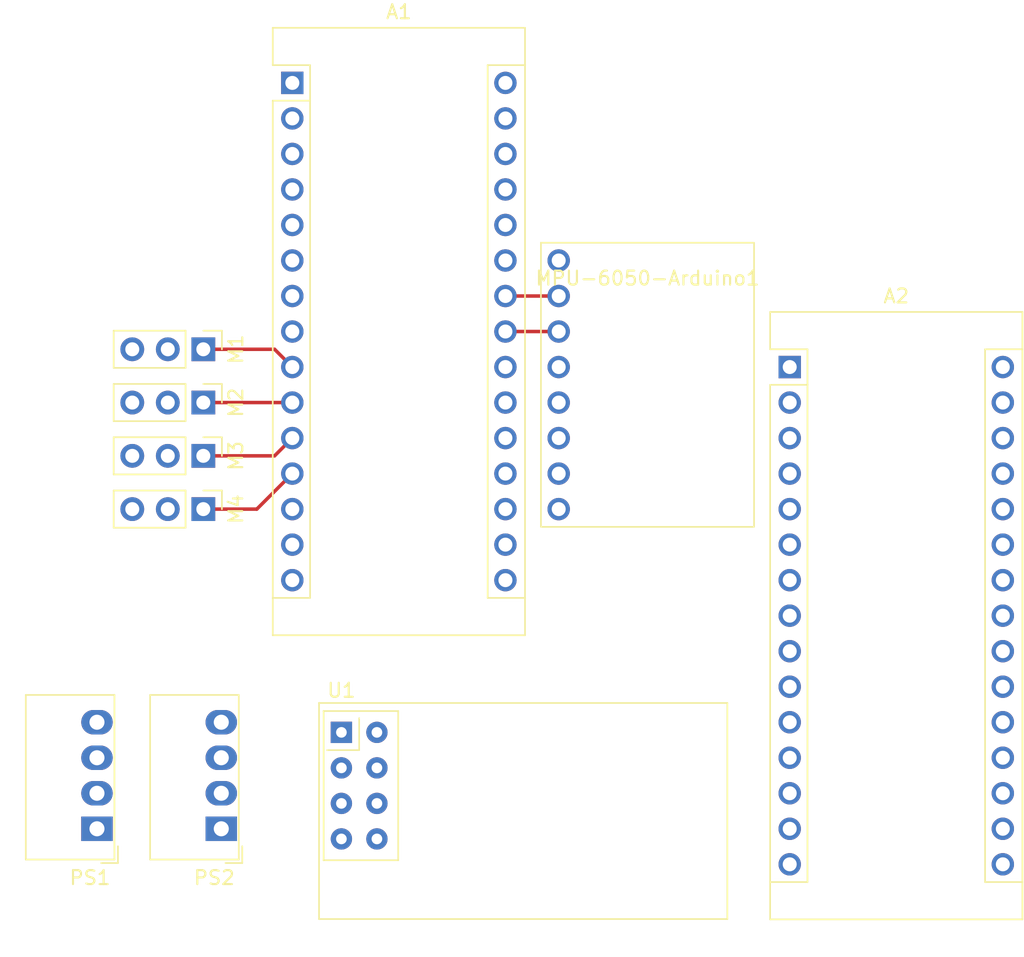
<source format=kicad_pcb>
(kicad_pcb (version 20211014) (generator pcbnew)
  (layers (0 "F.Cu" signal) (31 "B.Cu" signal) (34 "B.Paste" user) (35 "F.Paste" user) (36 "B.SilkS" user "B.Silkscreen") (37 "F.SilkS" user "F.Silkscreen") (38 "B.Mask" user) (39 "F.Mask" user) (44 "Edge.Cuts" user))
  (net 0 "")
  (net 4 "Net-(A1-Pad4)")
  (net 19 "Net-(A1-Pad23)")
  (net 20 "Net-(A1-Pad24)")
  (net 26 "Net-(A1-Pad30)")
  (net 37 "Net-(A2-Pad12)")
  (net 38 "Net-(A2-Pad13)")
  (net 39 "Net-(A2-Pad14)")
  (net 40 "Net-(A2-Pad15)")
  (net 41 "Net-(A2-Pad16)")
  (net 55 "GND")
  (net 56 "+BATT")
  (net 58 "Net-(A1-Pad9)")
  (net 59 "Net-(A1-Pad10)")
  (net 60 "Net-(A1-Pad11)")
  (net 61 "Net-(A1-Pad12)")
  (net 62 "Net-(U1-Pad1)")
  (net 63 "Net-(U1-Pad2)")
  (footprint "Connector_PinHeader_2.54mm:PinHeader_1x03_P2.54mm_Vertical" (layer "F.Cu") (at 148.575 74.93 -90)
    (fp_text reference "M4" (at 0 -2.33 90) (layer "F.SilkS"))
    (fp_text value "Motor_Servo")
    (fp_line (start -1.33 1.27) (end 1.33 1.27) (layer "F.SilkS") (width 0.12))
    (fp_line (start -1.33 1.27) (end -1.33 6.41) (layer "F.SilkS") (width 0.12))
    (fp_line (start -1.33 -1.33) (end 0 -1.33) (layer "F.SilkS") (width 0.12))
    (fp_line (start -1.33 0) (end -1.33 -1.33) (layer "F.SilkS") (width 0.12))
    (fp_line (start -1.33 6.41) (end 1.33 6.41) (layer "F.SilkS") (width 0.12))
    (fp_line (start 1.33 1.27) (end 1.33 6.41) (layer "F.SilkS") (width 0.12))
    (pad "1" thru_hole rect (at 0 0 270) (size 1.7 1.7) (drill 1) (layers *.Cu *.Mask) (net 61 "Net-(A1-Pad12)"))
    (pad "2" thru_hole oval (at 0 2.54 270) (size 1.7 1.7) (drill 1) (layers *.Cu *.Mask) (net 26 "Net-(A1-Pad30)"))
    (pad "3" thru_hole oval (at 0 5.08 270) (size 1.7 1.7) (drill 1) (layers *.Cu *.Mask) (net 4 "Net-(A1-Pad4)"))
  )
  (footprint "Connector_PinHeader_2.54mm:PinHeader_1x03_P2.54mm_Vertical" (layer "F.Cu") (at 148.575 67.31 -90)
    (fp_text reference "M2" (at 0 -2.33 90) (layer "F.SilkS"))
    (fp_text value "Motor_Servo")
    (fp_line (start -1.33 6.41) (end 1.33 6.41) (layer "F.SilkS") (width 0.12))
    (fp_line (start -1.33 0) (end -1.33 -1.33) (layer "F.SilkS") (width 0.12))
    (fp_line (start -1.33 -1.33) (end 0 -1.33) (layer "F.SilkS") (width 0.12))
    (fp_line (start -1.33 1.27) (end -1.33 6.41) (layer "F.SilkS") (width 0.12))
    (fp_line (start 1.33 1.27) (end 1.33 6.41) (layer "F.SilkS") (width 0.12))
    (fp_line (start -1.33 1.27) (end 1.33 1.27) (layer "F.SilkS") (width 0.12))
    (pad "1" thru_hole rect (at 0 0 270) (size 1.7 1.7) (drill 1) (layers *.Cu *.Mask) (net 59 "Net-(A1-Pad10)"))
    (pad "2" thru_hole oval (at 0 2.54 270) (size 1.7 1.7) (drill 1) (layers *.Cu *.Mask) (net 26 "Net-(A1-Pad30)"))
    (pad "3" thru_hole oval (at 0 5.08 270) (size 1.7 1.7) (drill 1) (layers *.Cu *.Mask) (net 4 "Net-(A1-Pad4)"))
  )
  (footprint "Converter_DCDC:Converter_DCDC_Murata_MEE1SxxxxSC_THT" (layer "F.Cu") (at 149.86 97.79 180)
    (fp_text reference "PS2" (at 0.5 -3.5) (layer "F.SilkS"))
    (fp_text value "MEE1S0305SC")
    (fp_line (start 5.09 -2.2) (end -1.25 -2.2) (layer "F.SilkS") (width 0.12))
    (fp_line (start -0.3 -2.45) (end -1.5 -2.45) (layer "F.SilkS") (width 0.12))
    (fp_line (start 5.09 9.57) (end -1.25 9.57) (layer "F.SilkS") (width 0.12))
    (fp_line (start -1.25 -2.2) (end -1.25 9.57) (layer "F.SilkS") (width 0.12))
    (fp_line (start -1.5 -2.45) (end -1.5 -1.25) (layer "F.SilkS") (width 0.12))
    (fp_line (start 5.09 -2.2) (end 5.09 9.57) (layer "F.SilkS") (width 0.12))
    (pad "1" thru_hole rect (at 0 0 90) (size 1.75 2.25) (drill 1.075) (layers *.Cu *.Mask) (net 55 "GND"))
    (pad "2" thru_hole oval (at 0 2.54 90) (size 1.75 2.25) (drill 1.075) (layers *.Cu *.Mask) (net 56 "+BATT"))
    (pad "3" thru_hole oval (at 0 5.08 90) (size 1.75 2.25) (drill 1.075) (layers *.Cu *.Mask) (net 62 "Net-(U1-Pad1)"))
    (pad "4" thru_hole oval (at 0 7.62 90) (size 1.75 2.25) (drill 1.075) (layers *.Cu *.Mask) (net 63 "Net-(U1-Pad2)"))
  )
  (footprint "Module:Arduino_Nano" (layer "F.Cu") (at 190.51 64.77)
    (fp_text reference "A2" (at 7.62 -5.08) (layer "F.SilkS"))
    (fp_text value "Arduino_Nano_v3.x")
    (fp_line (start -1.4 39.5) (end 16.64 39.5) (layer "F.SilkS") (width 0.12))
    (fp_line (start 16.64 39.5) (end 16.64 -3.94) (layer "F.SilkS") (width 0.12))
    (fp_line (start -1.4 1.27) (end -1.4 39.5) (layer "F.SilkS") (width 0.12))
    (fp_line (start 13.97 -1.27) (end 16.64 -1.27) (layer "F.SilkS") (width 0.12))
    (fp_line (start 1.27 1.27) (end 1.27 36.83) (layer "F.SilkS") (width 0.12))
    (fp_line (start 1.27 36.83) (end -1.4 36.83) (layer "F.SilkS") (width 0.12))
    (fp_line (start -1.4 -3.94) (end -1.4 -1.27) (layer "F.SilkS") (width 0.12))
    (fp_line (start 1.27 -1.27) (end -1.4 -1.27) (layer "F.SilkS") (width 0.12))
    (fp_line (start 1.27 1.27) (end -1.4 1.27) (layer "F.SilkS") (width 0.12))
    (fp_line (start 16.64 -3.94) (end -1.4 -3.94) (layer "F.SilkS") (width 0.12))
    (fp_line (start 13.97 -1.27) (end 13.97 36.83) (layer "F.SilkS") (width 0.12))
    (fp_line (start 13.97 36.83) (end 16.64 36.83) (layer "F.SilkS") (width 0.12))
    (fp_line (start 1.27 1.27) (end 1.27 -1.27) (layer "F.SilkS") (width 0.12))
    (pad "1" thru_hole rect (at 0 0) (size 1.6 1.6) (drill 1) (layers *.Cu *.Mask))
    (pad "2" thru_hole oval (at 0 2.54) (size 1.6 1.6) (drill 1) (layers *.Cu *.Mask))
    (pad "3" thru_hole oval (at 0 5.08) (size 1.6 1.6) (drill 1) (layers *.Cu *.Mask))
    (pad "4" thru_hole oval (at 0 7.62) (size 1.6 1.6) (drill 1) (layers *.Cu *.Mask) (net 4 "Net-(A1-Pad4)"))
    (pad "5" thru_hole oval (at 0 10.16) (size 1.6 1.6) (drill 1) (layers *.Cu *.Mask))
    (pad "6" thru_hole oval (at 0 12.7) (size 1.6 1.6) (drill 1) (layers *.Cu *.Mask))
    (pad "7" thru_hole oval (at 0 15.24) (size 1.6 1.6) (drill 1) (layers *.Cu *.Mask))
    (pad "8" thru_hole oval (at 0 17.78) (size 1.6 1.6) (drill 1) (layers *.Cu *.Mask))
    (pad "9" thru_hole oval (at 0 20.32) (size 1.6 1.6) (drill 1) (layers *.Cu *.Mask))
    (pad "10" thru_hole oval (at 0 22.86) (size 1.6 1.6) (drill 1) (layers *.Cu *.Mask))
    (pad "11" thru_hole oval (at 0 25.4) (size 1.6 1.6) (drill 1) (layers *.Cu *.Mask))
    (pad "12" thru_hole oval (at 0 27.94) (size 1.6 1.6) (drill 1) (layers *.Cu *.Mask) (net 37 "Net-(A2-Pad12)"))
    (pad "13" thru_hole oval (at 0 30.48) (size 1.6 1.6) (drill 1) (layers *.Cu *.Mask) (net 38 "Net-(A2-Pad13)"))
    (pad "14" thru_hole oval (at 0 33.02) (size 1.6 1.6) (drill 1) (layers *.Cu *.Mask) (net 39 "Net-(A2-Pad14)"))
    (pad "15" thru_hole oval (at 0 35.56) (size 1.6 1.6) (drill 1) (layers *.Cu *.Mask) (net 40 "Net-(A2-Pad15)"))
    (pad "16" thru_hole oval (at 15.24 35.56) (size 1.6 1.6) (drill 1) (layers *.Cu *.Mask) (net 41 "Net-(A2-Pad16)"))
    (pad "17" thru_hole oval (at 15.24 33.02) (size 1.6 1.6) (drill 1) (layers *.Cu *.Mask))
    (pad "18" thru_hole oval (at 15.24 30.48) (size 1.6 1.6) (drill 1) (layers *.Cu *.Mask))
    (pad "19" thru_hole oval (at 15.24 27.94) (size 1.6 1.6) (drill 1) (layers *.Cu *.Mask))
    (pad "20" thru_hole oval (at 15.24 25.4) (size 1.6 1.6) (drill 1) (layers *.Cu *.Mask))
    (pad "21" thru_hole oval (at 15.24 22.86) (size 1.6 1.6) (drill 1) (layers *.Cu *.Mask))
    (pad "22" thru_hole oval (at 15.24 20.32) (size 1.6 1.6) (drill 1) (layers *.Cu *.Mask))
    (pad "23" thru_hole oval (at 15.24 17.78) (size 1.6 1.6) (drill 1) (layers *.Cu *.Mask))
    (pad "24" thru_hole oval (at 15.24 15.24) (size 1.6 1.6) (drill 1) (layers *.Cu *.Mask))
    (pad "25" thru_hole oval (at 15.24 12.7) (size 1.6 1.6) (drill 1) (layers *.Cu *.Mask))
    (pad "26" thru_hole oval (at 15.24 10.16) (size 1.6 1.6) (drill 1) (layers *.Cu *.Mask))
    (pad "27" thru_hole oval (at 15.24 7.62) (size 1.6 1.6) (drill 1) (layers *.Cu *.Mask))
    (pad "28" thru_hole oval (at 15.24 5.08) (size 1.6 1.6) (drill 1) (layers *.Cu *.Mask))
    (pad "29" thru_hole oval (at 15.24 2.54) (size 1.6 1.6) (drill 1) (layers *.Cu *.Mask))
    (pad "30" thru_hole oval (at 15.24 0) (size 1.6 1.6) (drill 1) (layers *.Cu *.Mask) (net 26 "Net-(A1-Pad30)"))
  )
  (footprint "Sensor_Motion:MPU-6050-Arduino" (layer "F.Cu") (at 180.34 66.04)
    (fp_text reference "MPU-6050-Arduino1" (at 0 -7.62 unlocked) (layer "F.SilkS"))
    (fp_text value "MPU-6050-Arduino")
    (fp_rect (start -7.62 -10.16) (end 7.62 10.16) (layer "F.SilkS") (width 0.12) (fill none))
    (pad "1" thru_hole oval (at -6.35 -8.89) (size 1.6 1.6) (drill 1) (layers *.Cu *.Mask) (net 4 "Net-(A1-Pad4)"))
    (pad "2" thru_hole oval (at -6.35 -6.35) (size 1.6 1.6) (drill 1) (layers *.Cu *.Mask) (net 20 "Net-(A1-Pad24)"))
    (pad "3" thru_hole oval (at -6.35 -3.81) (size 1.6 1.6) (drill 1) (layers *.Cu *.Mask) (net 19 "Net-(A1-Pad23)"))
    (pad "4" thru_hole oval (at -6.35 -1.27) (size 1.6 1.6) (drill 1) (layers *.Cu *.Mask))
    (pad "5" thru_hole oval (at -6.35 1.27) (size 1.6 1.6) (drill 1) (layers *.Cu *.Mask))
    (pad "6" thru_hole oval (at -6.35 3.81) (size 1.6 1.6) (drill 1) (layers *.Cu *.Mask))
    (pad "7" thru_hole oval (at -6.35 6.35) (size 1.6 1.6) (drill 1) (layers *.Cu *.Mask))
    (pad "8" thru_hole oval (at -6.35 8.89) (size 1.6 1.6) (drill 1) (layers *.Cu *.Mask))
  )
  (footprint "Converter_DCDC:Converter_DCDC_Murata_MEE1SxxxxSC_THT" (layer "F.Cu") (at 140.97 97.79 180)
    (fp_text reference "PS1" (at 0.5 -3.5) (layer "F.SilkS"))
    (fp_text value "MEE1S0305SC")
    (fp_line (start -0.3 -2.45) (end -1.5 -2.45) (layer "F.SilkS") (width 0.12))
    (fp_line (start 5.09 9.57) (end -1.25 9.57) (layer "F.SilkS") (width 0.12))
    (fp_line (start -1.5 -2.45) (end -1.5 -1.25) (layer "F.SilkS") (width 0.12))
    (fp_line (start 5.09 -2.2) (end 5.09 9.57) (layer "F.SilkS") (width 0.12))
    (fp_line (start 5.09 -2.2) (end -1.25 -2.2) (layer "F.SilkS") (width 0.12))
    (fp_line (start -1.25 -2.2) (end -1.25 9.57) (layer "F.SilkS") (width 0.12))
    (pad "1" thru_hole rect (at 0 0 90) (size 1.75 2.25) (drill 1.075) (layers *.Cu *.Mask) (net 55 "GND"))
    (pad "2" thru_hole oval (at 0 2.54 90) (size 1.75 2.25) (drill 1.075) (layers *.Cu *.Mask) (net 56 "+BATT"))
    (pad "3" thru_hole oval (at 0 5.08 90) (size 1.75 2.25) (drill 1.075) (layers *.Cu *.Mask) (net 4 "Net-(A1-Pad4)"))
    (pad "4" thru_hole oval (at 0 7.62 90) (size 1.75 2.25) (drill 1.075) (layers *.Cu *.Mask) (net 26 "Net-(A1-Pad30)"))
  )
  (footprint "Connector_PinHeader_2.54mm:PinHeader_1x03_P2.54mm_Vertical" (layer "F.Cu") (at 148.575 63.5 -90)
    (fp_text reference "M1" (at 0 -2.33 90) (layer "F.SilkS"))
    (fp_text value "Motor_Servo")
    (fp_line (start -1.33 0) (end -1.33 -1.33) (layer "F.SilkS") (width 0.12))
    (fp_line (start 1.33 1.27) (end 1.33 6.41) (layer "F.SilkS") (width 0.12))
    (fp_line (start -1.33 1.27) (end 1.33 1.27) (layer "F.SilkS") (width 0.12))
    (fp_line (start -1.33 -1.33) (end 0 -1.33) (layer "F.SilkS") (width 0.12))
    (fp_line (start -1.33 6.41) (end 1.33 6.41) (layer "F.SilkS") (width 0.12))
    (fp_line (start -1.33 1.27) (end -1.33 6.41) (layer "F.SilkS") (width 0.12))
    (pad "1" thru_hole rect (at 0 0 270) (size 1.7 1.7) (drill 1) (layers *.Cu *.Mask) (net 58 "Net-(A1-Pad9)"))
    (pad "2" thru_hole oval (at 0 2.54 270) (size 1.7 1.7) (drill 1) (layers *.Cu *.Mask) (net 26 "Net-(A1-Pad30)"))
    (pad "3" thru_hole oval (at 0 5.08 270) (size 1.7 1.7) (drill 1) (layers *.Cu *.Mask) (net 4 "Net-(A1-Pad4)"))
  )
  (footprint "RF_Module:nRF24L01_Breakout" (layer "F.Cu") (at 158.45 90.895)
    (fp_text reference "U1" (at 0 -3) (layer "F.SilkS"))
    (fp_text value "NRF24L01_Breakout")
    (fp_line (start 1.27 -1.016) (end 1.27 1.27) (layer "F.SilkS") (width 0.12))
    (fp_line (start -1.6 13.35) (end -1.6 -2.1) (layer "F.SilkS") (width 0.12))
    (fp_line (start -1.6 -2.1) (end 27.6 -2.1) (layer "F.SilkS") (width 0.12))
    (fp_line (start 4.064 9.144) (end -1.27 9.144) (layer "F.SilkS") (width 0.12))
    (fp_line (start -1.016 1.27) (end -1.016 1.27) (layer "F.SilkS") (width 0.12))
    (fp_line (start -1.27 9.144) (end -1.27 -1.524) (layer "F.SilkS") (width 0.12))
    (fp_line (start -1.27 -1.524) (end 4.064 -1.524) (layer "F.SilkS") (width 0.12))
    (fp_line (start -1.6 -2.1) (end -1.6 -2.1) (layer "F.SilkS") (width 0.12))
    (fp_line (start -1.27 9.144) (end -1.27 9.144) (layer "F.SilkS") (width 0.12))
    (fp_line (start -1.27 -1.524) (end -1.27 -1.524) (layer "F.SilkS") (width 0.12))
    (fp_line (start 4.064 -1.524) (end 4.064 9.144) (layer "F.SilkS") (width 0.12))
    (fp_line (start 1.27 1.27) (end -1.016 1.27) (layer "F.SilkS") (width 0.12))
    (fp_line (start 27.6 -2.1) (end 27.6 13.35) (layer "F.SilkS") (width 0.12))
    (fp_line (start 27.6 13.35) (end -1.6 13.35) (layer "F.SilkS") (width 0.12))
    (pad "1" thru_hole rect (at 0 0) (size 1.524 1.524) (drill 0.762) (layers *.Cu *.Mask) (net 62 "Net-(U1-Pad1)"))
    (pad "2" thru_hole circle (at 2.54 0) (size 1.524 1.524) (drill 0.762) (layers *.Cu *.Mask) (net 63 "Net-(U1-Pad2)"))
    (pad "3" thru_hole circle (at 0 2.54) (size 1.524 1.524) (drill 0.762) (layers *.Cu *.Mask) (net 38 "Net-(A2-Pad13)"))
    (pad "4" thru_hole circle (at 2.54 2.54) (size 1.524 1.524) (drill 0.762) (layers *.Cu *.Mask) (net 37 "Net-(A2-Pad12)"))
    (pad "5" thru_hole circle (at 0 5.08) (size 1.524 1.524) (drill 0.762) (layers *.Cu *.Mask) (net 41 "Net-(A2-Pad16)"))
    (pad "6" thru_hole circle (at 2.54 5.08) (size 1.524 1.524) (drill 0.762) (layers *.Cu *.Mask) (net 39 "Net-(A2-Pad14)"))
    (pad "7" thru_hole circle (at 0 7.62) (size 1.524 1.524) (drill 0.762) (layers *.Cu *.Mask) (net 40 "Net-(A2-Pad15)"))
    (pad "8" thru_hole circle (at 2.54 7.62) (size 1.524 1.524) (drill 0.762) (layers *.Cu *.Mask))
  )
  (footprint "Connector_PinHeader_2.54mm:PinHeader_1x03_P2.54mm_Vertical" (layer "F.Cu") (at 148.575 71.12 -90)
    (fp_text reference "M3" (at 0 -2.33 90) (layer "F.SilkS"))
    (fp_text value "Motor_Servo")
    (fp_line (start -1.33 1.27) (end -1.33 6.41) (layer "F.SilkS") (width 0.12))
    (fp_line (start -1.33 6.41) (end 1.33 6.41) (layer "F.SilkS") (width 0.12))
    (fp_line (start -1.33 -1.33) (end 0 -1.33) (layer "F.SilkS") (width 0.12))
    (fp_line (start 1.33 1.27) (end 1.33 6.41) (layer "F.SilkS") (width 0.12))
    (fp_line (start -1.33 0) (end -1.33 -1.33) (layer "F.SilkS") (width 0.12))
    (fp_line (start -1.33 1.27) (end 1.33 1.27) (layer "F.SilkS") (width 0.12))
    (pad "1" thru_hole rect (at 0 0 270) (size 1.7 1.7) (drill 1) (layers *.Cu *.Mask) (net 60 "Net-(A1-Pad11)"))
    (pad "2" thru_hole oval (at 0 2.54 270) (size 1.7 1.7) (drill 1) (layers *.Cu *.Mask) (net 26 "Net-(A1-Pad30)"))
    (pad "3" thru_hole oval (at 0 5.08 270) (size 1.7 1.7) (drill 1) (layers *.Cu *.Mask) (net 4 "Net-(A1-Pad4)"))
  )
  (footprint "Module:Arduino_Nano" (layer "F.Cu") (at 154.94 44.45)
    (fp_text reference "A1" (at 7.62 -5.08) (layer "F.SilkS"))
    (fp_text value "Arduino_Nano_v3.x")
    (fp_line (start 13.97 -1.27) (end 16.64 -1.27) (layer "F.SilkS") (width 0.12))
    (fp_line (start 16.64 39.5) (end 16.64 -3.94) (layer "F.SilkS") (width 0.12))
    (fp_line (start 13.97 36.83) (end 16.64 36.83) (layer "F.SilkS") (width 0.12))
    (fp_line (start 13.97 -1.27) (end 13.97 36.83) (layer "F.SilkS") (width 0.12))
    (fp_line (start -1.4 -3.94) (end -1.4 -1.27) (layer "F.SilkS") (width 0.12))
    (fp_line (start 1.27 -1.27) (end -1.4 -1.27) (layer "F.SilkS") (width 0.12))
    (fp_line (start 1.27 1.27) (end 1.27 -1.27) (layer "F.SilkS") (width 0.12))
    (fp_line (start -1.4 39.5) (end 16.64 39.5) (layer "F.SilkS") (width 0.12))
    (fp_line (start -1.4 1.27) (end -1.4 39.5) (layer "F.SilkS") (width 0.12))
    (fp_line (start 1.27 1.27) (end -1.4 1.27) (layer "F.SilkS") (width 0.12))
    (fp_line (start 1.27 36.83) (end -1.4 36.83) (layer "F.SilkS") (width 0.12))
    (fp_line (start 1.27 1.27) (end 1.27 36.83) (layer "F.SilkS") (width 0.12))
    (fp_line (start 16.64 -3.94) (end -1.4 -3.94) (layer "F.SilkS") (width 0.12))
    (pad "1" thru_hole rect (at 0 0) (size 1.6 1.6) (drill 1) (layers *.Cu *.Mask))
    (pad "2" thru_hole oval (at 0 2.54) (size 1.6 1.6) (drill 1) (layers *.Cu *.Mask))
    (pad "3" thru_hole oval (at 0 5.08) (size 1.6 1.6) (drill 1) (layers *.Cu *.Mask))
    (pad "4" thru_hole oval (at 0 7.62) (size 1.6 1.6) (drill 1) (layers *.Cu *.Mask) (net 4 "Net-(A1-Pad4)"))
    (pad "5" thru_hole oval (at 0 10.16) (size 1.6 1.6) (drill 1) (layers *.Cu *.Mask))
    (pad "6" thru_hole oval (at 0 12.7) (size 1.6 1.6) (drill 1) (layers *.Cu *.Mask))
    (pad "7" thru_hole oval (at 0 15.24) (size 1.6 1.6) (drill 1) (layers *.Cu *.Mask))
    (pad "8" thru_hole oval (at 0 17.78) (size 1.6 1.6) (drill 1) (layers *.Cu *.Mask))
    (pad "9" thru_hole oval (at 0 20.32) (size 1.6 1.6) (drill 1) (layers *.Cu *.Mask) (net 58 "Net-(A1-Pad9)"))
    (pad "10" thru_hole oval (at 0 22.86) (size 1.6 1.6) (drill 1) (layers *.Cu *.Mask) (net 59 "Net-(A1-Pad10)"))
    (pad "11" thru_hole oval (at 0 25.4) (size 1.6 1.6) (drill 1) (layers *.Cu *.Mask) (net 60 "Net-(A1-Pad11)"))
    (pad "12" thru_hole oval (at 0 27.94) (size 1.6 1.6) (drill 1) (layers *.Cu *.Mask) (net 61 "Net-(A1-Pad12)"))
    (pad "13" thru_hole oval (at 0 30.48) (size 1.6 1.6) (drill 1) (layers *.Cu *.Mask))
    (pad "14" thru_hole oval (at 0 33.02) (size 1.6 1.6) (drill 1) (layers *.Cu *.Mask))
    (pad "15" thru_hole oval (at 0 35.56) (size 1.6 1.6) (drill 1) (layers *.Cu *.Mask))
    (pad "16" thru_hole oval (at 15.24 35.56) (size 1.6 1.6) (drill 1) (layers *.Cu *.Mask))
    (pad "17" thru_hole oval (at 15.24 33.02) (size 1.6 1.6) (drill 1) (layers *.Cu *.Mask))
    (pad "18" thru_hole oval (at 15.24 30.48) (size 1.6 1.6) (drill 1) (layers *.Cu *.Mask))
    (pad "19" thru_hole oval (at 15.24 27.94) (size 1.6 1.6) (drill 1) (layers *.Cu *.Mask))
    (pad "20" thru_hole oval (at 15.24 25.4) (size 1.6 1.6) (drill 1) (layers *.Cu *.Mask))
    (pad "21" thru_hole oval (at 15.24 22.86) (size 1.6 1.6) (drill 1) (layers *.Cu *.Mask))
    (pad "22" thru_hole oval (at 15.24 20.32) (size 1.6 1.6) (drill 1) (layers *.Cu *.Mask))
    (pad "23" thru_hole oval (at 15.24 17.78) (size 1.6 1.6) (drill 1) (layers *.Cu *.Mask) (net 19 "Net-(A1-Pad23)"))
    (pad "24" thru_hole oval (at 15.24 15.24) (size 1.6 1.6) (drill 1) (layers *.Cu *.Mask) (net 20 "Net-(A1-Pad24)"))
    (pad "25" thru_hole oval (at 15.24 12.7) (size 1.6 1.6) (drill 1) (layers *.Cu *.Mask))
    (pad "26" thru_hole oval (at 15.24 10.16) (size 1.6 1.6) (drill 1) (layers *.Cu *.Mask))
    (pad "27" thru_hole oval (at 15.24 7.62) (size 1.6 1.6) (drill 1) (layers *.Cu *.Mask))
    (pad "28" thru_hole oval (at 15.24 5.08) (size 1.6 1.6) (drill 1) (layers *.Cu *.Mask))
    (pad "29" thru_hole oval (at 15.24 2.54) (size 1.6 1.6) (drill 1) (layers *.Cu *.Mask))
    (pad "30" thru_hole oval (at 15.24 0) (size 1.6 1.6) (drill 1) (layers *.Cu *.Mask) (net 26 "Net-(A1-Pad30)"))
  )
  (segment (start 170.18 62.23) (end 173.99 62.23) (width 0.25) (layer "F.Cu") (net 19))
  (segment (start 170.18 59.69) (end 173.99 59.69) (width 0.25) (layer "F.Cu") (net 20))
  (segment (start 148.575 63.5) (end 153.67 63.5) (width 0.25) (layer "F.Cu") (net 58))
  (segment (start 153.67 63.5) (end 154.94 64.77) (width 0.25) (layer "F.Cu") (net 58))
  (segment (start 148.575 67.31) (end 154.94 67.31) (width 0.25) (layer "F.Cu") (net 59))
  (segment (start 153.67 71.12) (end 154.94 69.85) (width 0.25) (layer "F.Cu") (net 60))
  (segment (start 148.575 71.12) (end 153.67 71.12) (width 0.25) (layer "F.Cu") (net 60))
  (segment (start 152.4 74.93) (end 154.94 72.39) (width 0.25) (layer "F.Cu") (net 61))
  (segment (start 148.575 74.93) (end 152.4 74.93) (width 0.25) (layer "F.Cu") (net 61))
)
</source>
